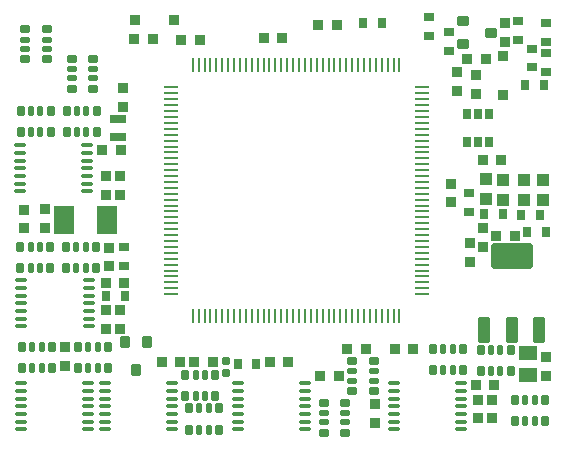
<source format=gtp>
G04*
G04 #@! TF.GenerationSoftware,Altium Limited,Altium Designer,20.2.7 (254)*
G04*
G04 Layer_Color=8421504*
%FSLAX25Y25*%
%MOIN*%
G70*
G04*
G04 #@! TF.SameCoordinates,19844321-3957-4ED6-82F6-54ECAC95F20B*
G04*
G04*
G04 #@! TF.FilePolarity,Positive*
G04*
G01*
G75*
G04:AMPARAMS|DCode=17|XSize=23.62mil|YSize=35.43mil|CornerRadius=2.36mil|HoleSize=0mil|Usage=FLASHONLY|Rotation=180.000|XOffset=0mil|YOffset=0mil|HoleType=Round|Shape=RoundedRectangle|*
%AMROUNDEDRECTD17*
21,1,0.02362,0.03071,0,0,180.0*
21,1,0.01890,0.03543,0,0,180.0*
1,1,0.00472,-0.00945,0.01535*
1,1,0.00472,0.00945,0.01535*
1,1,0.00472,0.00945,-0.01535*
1,1,0.00472,-0.00945,-0.01535*
%
%ADD17ROUNDEDRECTD17*%
G04:AMPARAMS|DCode=18|XSize=33.47mil|YSize=33.47mil|CornerRadius=3.35mil|HoleSize=0mil|Usage=FLASHONLY|Rotation=180.000|XOffset=0mil|YOffset=0mil|HoleType=Round|Shape=RoundedRectangle|*
%AMROUNDEDRECTD18*
21,1,0.03347,0.02677,0,0,180.0*
21,1,0.02677,0.03347,0,0,180.0*
1,1,0.00669,-0.01339,0.01339*
1,1,0.00669,0.01339,0.01339*
1,1,0.00669,0.01339,-0.01339*
1,1,0.00669,-0.01339,-0.01339*
%
%ADD18ROUNDEDRECTD18*%
G04:AMPARAMS|DCode=19|XSize=27.56mil|YSize=36.22mil|CornerRadius=2.76mil|HoleSize=0mil|Usage=FLASHONLY|Rotation=270.000|XOffset=0mil|YOffset=0mil|HoleType=Round|Shape=RoundedRectangle|*
%AMROUNDEDRECTD19*
21,1,0.02756,0.03071,0,0,270.0*
21,1,0.02205,0.03622,0,0,270.0*
1,1,0.00551,-0.01535,-0.01102*
1,1,0.00551,-0.01535,0.01102*
1,1,0.00551,0.01535,0.01102*
1,1,0.00551,0.01535,-0.01102*
%
%ADD19ROUNDEDRECTD19*%
%ADD20O,0.05118X0.00866*%
%ADD21O,0.00866X0.05118*%
G04:AMPARAMS|DCode=22|XSize=27.56mil|YSize=23.62mil|CornerRadius=2.36mil|HoleSize=0mil|Usage=FLASHONLY|Rotation=180.000|XOffset=0mil|YOffset=0mil|HoleType=Round|Shape=RoundedRectangle|*
%AMROUNDEDRECTD22*
21,1,0.02756,0.01890,0,0,180.0*
21,1,0.02284,0.02362,0,0,180.0*
1,1,0.00472,-0.01142,0.00945*
1,1,0.00472,0.01142,0.00945*
1,1,0.00472,0.01142,-0.00945*
1,1,0.00472,-0.01142,-0.00945*
%
%ADD22ROUNDEDRECTD22*%
G04:AMPARAMS|DCode=23|XSize=137.8mil|YSize=84.65mil|CornerRadius=8.47mil|HoleSize=0mil|Usage=FLASHONLY|Rotation=0.000|XOffset=0mil|YOffset=0mil|HoleType=Round|Shape=RoundedRectangle|*
%AMROUNDEDRECTD23*
21,1,0.13780,0.06772,0,0,0.0*
21,1,0.12087,0.08465,0,0,0.0*
1,1,0.01693,0.06043,-0.03386*
1,1,0.01693,-0.06043,-0.03386*
1,1,0.01693,-0.06043,0.03386*
1,1,0.01693,0.06043,0.03386*
%
%ADD23ROUNDEDRECTD23*%
G04:AMPARAMS|DCode=24|XSize=43.31mil|YSize=84.65mil|CornerRadius=4.33mil|HoleSize=0mil|Usage=FLASHONLY|Rotation=0.000|XOffset=0mil|YOffset=0mil|HoleType=Round|Shape=RoundedRectangle|*
%AMROUNDEDRECTD24*
21,1,0.04331,0.07598,0,0,0.0*
21,1,0.03465,0.08465,0,0,0.0*
1,1,0.00866,0.01732,-0.03799*
1,1,0.00866,-0.01732,-0.03799*
1,1,0.00866,-0.01732,0.03799*
1,1,0.00866,0.01732,0.03799*
%
%ADD24ROUNDEDRECTD24*%
G04:AMPARAMS|DCode=25|XSize=43.31mil|YSize=84.65mil|CornerRadius=4.33mil|HoleSize=0mil|Usage=FLASHONLY|Rotation=0.000|XOffset=0mil|YOffset=0mil|HoleType=Round|Shape=RoundedRectangle|*
%AMROUNDEDRECTD25*
21,1,0.04331,0.07599,0,0,0.0*
21,1,0.03465,0.08465,0,0,0.0*
1,1,0.00866,0.01732,-0.03799*
1,1,0.00866,-0.01732,-0.03799*
1,1,0.00866,-0.01732,0.03799*
1,1,0.00866,0.01732,0.03799*
%
%ADD25ROUNDEDRECTD25*%
%ADD26O,0.04331X0.01181*%
G04:AMPARAMS|DCode=27|XSize=33.47mil|YSize=33.47mil|CornerRadius=3.35mil|HoleSize=0mil|Usage=FLASHONLY|Rotation=270.000|XOffset=0mil|YOffset=0mil|HoleType=Round|Shape=RoundedRectangle|*
%AMROUNDEDRECTD27*
21,1,0.03347,0.02677,0,0,270.0*
21,1,0.02677,0.03347,0,0,270.0*
1,1,0.00669,-0.01339,-0.01339*
1,1,0.00669,-0.01339,0.01339*
1,1,0.00669,0.01339,0.01339*
1,1,0.00669,0.01339,-0.01339*
%
%ADD27ROUNDEDRECTD27*%
G04:AMPARAMS|DCode=28|XSize=39.37mil|YSize=43.31mil|CornerRadius=3.94mil|HoleSize=0mil|Usage=FLASHONLY|Rotation=270.000|XOffset=0mil|YOffset=0mil|HoleType=Round|Shape=RoundedRectangle|*
%AMROUNDEDRECTD28*
21,1,0.03937,0.03543,0,0,270.0*
21,1,0.03150,0.04331,0,0,270.0*
1,1,0.00787,-0.01772,-0.01575*
1,1,0.00787,-0.01772,0.01575*
1,1,0.00787,0.01772,0.01575*
1,1,0.00787,0.01772,-0.01575*
%
%ADD28ROUNDEDRECTD28*%
%ADD29R,0.05906X0.05118*%
G04:AMPARAMS|DCode=30|XSize=27.56mil|YSize=36.22mil|CornerRadius=2.76mil|HoleSize=0mil|Usage=FLASHONLY|Rotation=180.000|XOffset=0mil|YOffset=0mil|HoleType=Round|Shape=RoundedRectangle|*
%AMROUNDEDRECTD30*
21,1,0.02756,0.03071,0,0,180.0*
21,1,0.02205,0.03622,0,0,180.0*
1,1,0.00551,-0.01102,0.01535*
1,1,0.00551,0.01102,0.01535*
1,1,0.00551,0.01102,-0.01535*
1,1,0.00551,-0.01102,-0.01535*
%
%ADD30ROUNDEDRECTD30*%
G04:AMPARAMS|DCode=31|XSize=35.43mil|YSize=37.4mil|CornerRadius=3.54mil|HoleSize=0mil|Usage=FLASHONLY|Rotation=270.000|XOffset=0mil|YOffset=0mil|HoleType=Round|Shape=RoundedRectangle|*
%AMROUNDEDRECTD31*
21,1,0.03543,0.03032,0,0,270.0*
21,1,0.02835,0.03740,0,0,270.0*
1,1,0.00709,-0.01516,-0.01417*
1,1,0.00709,-0.01516,0.01417*
1,1,0.00709,0.01516,0.01417*
1,1,0.00709,0.01516,-0.01417*
%
%ADD31ROUNDEDRECTD31*%
G04:AMPARAMS|DCode=32|XSize=35.43mil|YSize=37.4mil|CornerRadius=3.54mil|HoleSize=0mil|Usage=FLASHONLY|Rotation=270.000|XOffset=0mil|YOffset=0mil|HoleType=Round|Shape=RoundedRectangle|*
%AMROUNDEDRECTD32*
21,1,0.03543,0.03032,0,0,270.0*
21,1,0.02835,0.03740,0,0,270.0*
1,1,0.00709,-0.01516,-0.01417*
1,1,0.00709,-0.01516,0.01417*
1,1,0.00709,0.01516,0.01417*
1,1,0.00709,0.01516,-0.01417*
%
%ADD32ROUNDEDRECTD32*%
%ADD33R,0.06693X0.09449*%
G04:AMPARAMS|DCode=34|XSize=25.59mil|YSize=31.5mil|CornerRadius=2.56mil|HoleSize=0mil|Usage=FLASHONLY|Rotation=0.000|XOffset=0mil|YOffset=0mil|HoleType=Round|Shape=RoundedRectangle|*
%AMROUNDEDRECTD34*
21,1,0.02559,0.02638,0,0,0.0*
21,1,0.02047,0.03150,0,0,0.0*
1,1,0.00512,0.01024,-0.01319*
1,1,0.00512,-0.01024,-0.01319*
1,1,0.00512,-0.01024,0.01319*
1,1,0.00512,0.01024,0.01319*
%
%ADD34ROUNDEDRECTD34*%
G04:AMPARAMS|DCode=35|XSize=17.72mil|YSize=31.5mil|CornerRadius=1.77mil|HoleSize=0mil|Usage=FLASHONLY|Rotation=0.000|XOffset=0mil|YOffset=0mil|HoleType=Round|Shape=RoundedRectangle|*
%AMROUNDEDRECTD35*
21,1,0.01772,0.02795,0,0,0.0*
21,1,0.01417,0.03150,0,0,0.0*
1,1,0.00354,0.00709,-0.01398*
1,1,0.00354,-0.00709,-0.01398*
1,1,0.00354,-0.00709,0.01398*
1,1,0.00354,0.00709,0.01398*
%
%ADD35ROUNDEDRECTD35*%
G04:AMPARAMS|DCode=36|XSize=35.83mil|YSize=33.47mil|CornerRadius=3.35mil|HoleSize=0mil|Usage=FLASHONLY|Rotation=270.000|XOffset=0mil|YOffset=0mil|HoleType=Round|Shape=RoundedRectangle|*
%AMROUNDEDRECTD36*
21,1,0.03583,0.02677,0,0,270.0*
21,1,0.02913,0.03347,0,0,270.0*
1,1,0.00669,-0.01339,-0.01457*
1,1,0.00669,-0.01339,0.01457*
1,1,0.00669,0.01339,0.01457*
1,1,0.00669,0.01339,-0.01457*
%
%ADD36ROUNDEDRECTD36*%
G04:AMPARAMS|DCode=37|XSize=35.43mil|YSize=37.4mil|CornerRadius=3.54mil|HoleSize=0mil|Usage=FLASHONLY|Rotation=180.000|XOffset=0mil|YOffset=0mil|HoleType=Round|Shape=RoundedRectangle|*
%AMROUNDEDRECTD37*
21,1,0.03543,0.03032,0,0,180.0*
21,1,0.02835,0.03740,0,0,180.0*
1,1,0.00709,-0.01417,0.01516*
1,1,0.00709,0.01417,0.01516*
1,1,0.00709,0.01417,-0.01516*
1,1,0.00709,-0.01417,-0.01516*
%
%ADD37ROUNDEDRECTD37*%
G04:AMPARAMS|DCode=38|XSize=35.43mil|YSize=37.4mil|CornerRadius=3.54mil|HoleSize=0mil|Usage=FLASHONLY|Rotation=180.000|XOffset=0mil|YOffset=0mil|HoleType=Round|Shape=RoundedRectangle|*
%AMROUNDEDRECTD38*
21,1,0.03543,0.03032,0,0,180.0*
21,1,0.02835,0.03740,0,0,180.0*
1,1,0.00709,-0.01417,0.01516*
1,1,0.00709,0.01417,0.01516*
1,1,0.00709,0.01417,-0.01516*
1,1,0.00709,-0.01417,-0.01516*
%
%ADD38ROUNDEDRECTD38*%
G04:AMPARAMS|DCode=39|XSize=25.59mil|YSize=31.5mil|CornerRadius=2.56mil|HoleSize=0mil|Usage=FLASHONLY|Rotation=270.000|XOffset=0mil|YOffset=0mil|HoleType=Round|Shape=RoundedRectangle|*
%AMROUNDEDRECTD39*
21,1,0.02559,0.02638,0,0,270.0*
21,1,0.02047,0.03150,0,0,270.0*
1,1,0.00512,-0.01319,-0.01024*
1,1,0.00512,-0.01319,0.01024*
1,1,0.00512,0.01319,0.01024*
1,1,0.00512,0.01319,-0.01024*
%
%ADD39ROUNDEDRECTD39*%
G04:AMPARAMS|DCode=40|XSize=17.72mil|YSize=31.5mil|CornerRadius=1.77mil|HoleSize=0mil|Usage=FLASHONLY|Rotation=270.000|XOffset=0mil|YOffset=0mil|HoleType=Round|Shape=RoundedRectangle|*
%AMROUNDEDRECTD40*
21,1,0.01772,0.02795,0,0,270.0*
21,1,0.01417,0.03150,0,0,270.0*
1,1,0.00354,-0.01398,-0.00709*
1,1,0.00354,-0.01398,0.00709*
1,1,0.00354,0.01398,0.00709*
1,1,0.00354,0.01398,-0.00709*
%
%ADD40ROUNDEDRECTD40*%
G04:AMPARAMS|DCode=41|XSize=27.56mil|YSize=55.12mil|CornerRadius=2.76mil|HoleSize=0mil|Usage=FLASHONLY|Rotation=270.000|XOffset=0mil|YOffset=0mil|HoleType=Round|Shape=RoundedRectangle|*
%AMROUNDEDRECTD41*
21,1,0.02756,0.04961,0,0,270.0*
21,1,0.02205,0.05512,0,0,270.0*
1,1,0.00551,-0.02480,-0.01102*
1,1,0.00551,-0.02480,0.01102*
1,1,0.00551,0.02480,0.01102*
1,1,0.00551,0.02480,-0.01102*
%
%ADD41ROUNDEDRECTD41*%
G04:AMPARAMS|DCode=42|XSize=35.83mil|YSize=33.47mil|CornerRadius=3.35mil|HoleSize=0mil|Usage=FLASHONLY|Rotation=180.000|XOffset=0mil|YOffset=0mil|HoleType=Round|Shape=RoundedRectangle|*
%AMROUNDEDRECTD42*
21,1,0.03583,0.02677,0,0,180.0*
21,1,0.02913,0.03347,0,0,180.0*
1,1,0.00669,-0.01457,0.01339*
1,1,0.00669,0.01457,0.01339*
1,1,0.00669,0.01457,-0.01339*
1,1,0.00669,-0.01457,-0.01339*
%
%ADD42ROUNDEDRECTD42*%
D17*
X160531Y100984D02*
D03*
X156791D02*
D03*
X153051D02*
D03*
Y110433D02*
D03*
X156791D02*
D03*
X160531D02*
D03*
D18*
X87244Y27756D02*
D03*
X93465D02*
D03*
X162165Y20079D02*
D03*
X155945D02*
D03*
X159409Y128740D02*
D03*
X153189D02*
D03*
X168957Y69882D02*
D03*
X162736D02*
D03*
X68386Y27854D02*
D03*
X62165D02*
D03*
X135197Y32185D02*
D03*
X128976D02*
D03*
X48287Y135433D02*
D03*
X42067D02*
D03*
X164527Y95177D02*
D03*
X158307D02*
D03*
X57441Y27756D02*
D03*
X51220D02*
D03*
X110394Y23031D02*
D03*
X104173D02*
D03*
X57717Y135039D02*
D03*
X63937D02*
D03*
X91496Y135827D02*
D03*
X85276D02*
D03*
X109705Y140256D02*
D03*
X103484D02*
D03*
X113031Y32087D02*
D03*
X119252D02*
D03*
X31437Y98523D02*
D03*
X37657D02*
D03*
X38839Y54232D02*
D03*
X32618D02*
D03*
D19*
X153543Y77756D02*
D03*
Y84055D02*
D03*
X147146Y137894D02*
D03*
Y131594D02*
D03*
X140525Y136614D02*
D03*
Y142913D02*
D03*
X170177Y135236D02*
D03*
Y141535D02*
D03*
X179232Y124409D02*
D03*
Y130709D02*
D03*
X179232Y134547D02*
D03*
Y140846D02*
D03*
X174606Y125984D02*
D03*
Y132283D02*
D03*
X38583Y66043D02*
D03*
Y59744D02*
D03*
D20*
X54232Y119291D02*
D03*
Y117323D02*
D03*
Y115354D02*
D03*
Y113386D02*
D03*
Y111417D02*
D03*
Y109449D02*
D03*
Y107480D02*
D03*
Y105512D02*
D03*
Y103543D02*
D03*
Y101575D02*
D03*
Y99606D02*
D03*
Y97638D02*
D03*
Y95669D02*
D03*
Y93701D02*
D03*
Y91732D02*
D03*
Y89764D02*
D03*
Y87795D02*
D03*
Y85827D02*
D03*
Y83858D02*
D03*
Y81890D02*
D03*
Y79921D02*
D03*
Y77953D02*
D03*
Y75984D02*
D03*
Y74016D02*
D03*
Y72047D02*
D03*
Y70079D02*
D03*
Y68110D02*
D03*
Y66142D02*
D03*
Y64173D02*
D03*
Y62205D02*
D03*
Y60236D02*
D03*
Y58268D02*
D03*
Y56299D02*
D03*
Y54331D02*
D03*
Y52362D02*
D03*
Y50394D02*
D03*
X137894D02*
D03*
Y52362D02*
D03*
Y54331D02*
D03*
Y56299D02*
D03*
Y58268D02*
D03*
Y60236D02*
D03*
Y62205D02*
D03*
Y64173D02*
D03*
Y66142D02*
D03*
Y68110D02*
D03*
Y70079D02*
D03*
Y72047D02*
D03*
Y74016D02*
D03*
Y75984D02*
D03*
Y77953D02*
D03*
Y79921D02*
D03*
Y81890D02*
D03*
Y83858D02*
D03*
Y85827D02*
D03*
Y87795D02*
D03*
Y89764D02*
D03*
Y91732D02*
D03*
Y93701D02*
D03*
Y95669D02*
D03*
Y97638D02*
D03*
Y99606D02*
D03*
Y101575D02*
D03*
Y103543D02*
D03*
Y105512D02*
D03*
Y107480D02*
D03*
Y109449D02*
D03*
Y111417D02*
D03*
Y113386D02*
D03*
Y115354D02*
D03*
Y117323D02*
D03*
Y119291D02*
D03*
D21*
X61614Y43012D02*
D03*
X63583D02*
D03*
X65551D02*
D03*
X67520D02*
D03*
X69488D02*
D03*
X71457D02*
D03*
X73425D02*
D03*
X75394D02*
D03*
X77362D02*
D03*
X79331D02*
D03*
X81299D02*
D03*
X83268D02*
D03*
X85236D02*
D03*
X87205D02*
D03*
X89173D02*
D03*
X91142D02*
D03*
X93110D02*
D03*
X95079D02*
D03*
X97047D02*
D03*
X99016D02*
D03*
X100984D02*
D03*
X102953D02*
D03*
X104921D02*
D03*
X106890D02*
D03*
X108858D02*
D03*
X110827D02*
D03*
X112795D02*
D03*
X114764D02*
D03*
X116732D02*
D03*
X118701D02*
D03*
X120669D02*
D03*
X122638D02*
D03*
X124606D02*
D03*
X126575D02*
D03*
X128543D02*
D03*
X130512D02*
D03*
Y126673D02*
D03*
X128543D02*
D03*
X126575D02*
D03*
X124606D02*
D03*
X122638D02*
D03*
X120669D02*
D03*
X118701D02*
D03*
X116732D02*
D03*
X114764D02*
D03*
X112795D02*
D03*
X110827D02*
D03*
X108858D02*
D03*
X106890D02*
D03*
X104921D02*
D03*
X102953D02*
D03*
X100984D02*
D03*
X99016D02*
D03*
X97047D02*
D03*
X95079D02*
D03*
X93110D02*
D03*
X91142D02*
D03*
X89173D02*
D03*
X87205D02*
D03*
X85236D02*
D03*
X83268D02*
D03*
X81299D02*
D03*
X79331D02*
D03*
X77362D02*
D03*
X75394D02*
D03*
X73425D02*
D03*
X71457D02*
D03*
X69488D02*
D03*
X67520D02*
D03*
X65551D02*
D03*
X63583D02*
D03*
X61614D02*
D03*
D22*
X72835Y24213D02*
D03*
Y28150D02*
D03*
D23*
X167913Y62992D02*
D03*
D24*
X176969Y38583D02*
D03*
X158858D02*
D03*
D25*
X167913D02*
D03*
D26*
X150984Y5315D02*
D03*
Y7874D02*
D03*
Y10433D02*
D03*
Y12992D02*
D03*
Y15551D02*
D03*
Y18110D02*
D03*
Y20669D02*
D03*
X128543Y5315D02*
D03*
Y7874D02*
D03*
Y10433D02*
D03*
Y12992D02*
D03*
Y15551D02*
D03*
Y18110D02*
D03*
Y20669D02*
D03*
X26969Y39665D02*
D03*
Y42224D02*
D03*
Y44783D02*
D03*
Y47343D02*
D03*
Y49902D02*
D03*
Y52461D02*
D03*
Y55020D02*
D03*
X4527Y39665D02*
D03*
Y42224D02*
D03*
Y44783D02*
D03*
Y47343D02*
D03*
Y49902D02*
D03*
Y52461D02*
D03*
Y55020D02*
D03*
X26476Y84646D02*
D03*
Y87205D02*
D03*
Y89764D02*
D03*
Y92323D02*
D03*
Y94882D02*
D03*
Y97441D02*
D03*
Y100000D02*
D03*
X4035Y84646D02*
D03*
Y87205D02*
D03*
Y89764D02*
D03*
Y92323D02*
D03*
Y94882D02*
D03*
Y97441D02*
D03*
Y100000D02*
D03*
X32284Y20669D02*
D03*
Y18110D02*
D03*
Y15551D02*
D03*
Y12992D02*
D03*
Y10433D02*
D03*
Y7874D02*
D03*
Y5315D02*
D03*
X54724Y20669D02*
D03*
Y18110D02*
D03*
Y15551D02*
D03*
Y12992D02*
D03*
Y10433D02*
D03*
Y7874D02*
D03*
Y5315D02*
D03*
X76673Y20669D02*
D03*
Y18110D02*
D03*
Y15551D02*
D03*
Y12992D02*
D03*
Y10433D02*
D03*
Y7874D02*
D03*
Y5315D02*
D03*
X99114Y20669D02*
D03*
Y18110D02*
D03*
Y15551D02*
D03*
Y12992D02*
D03*
Y10433D02*
D03*
Y7874D02*
D03*
Y5315D02*
D03*
X26673D02*
D03*
Y7874D02*
D03*
Y10433D02*
D03*
Y12992D02*
D03*
Y15551D02*
D03*
Y18110D02*
D03*
Y20669D02*
D03*
X4232Y5315D02*
D03*
Y7874D02*
D03*
Y10433D02*
D03*
Y12992D02*
D03*
Y15551D02*
D03*
Y18110D02*
D03*
Y20669D02*
D03*
D27*
X165650Y134488D02*
D03*
Y140709D02*
D03*
X179429Y29488D02*
D03*
Y23268D02*
D03*
X149606Y124468D02*
D03*
Y118248D02*
D03*
X37303Y89823D02*
D03*
Y83602D02*
D03*
X156201Y123386D02*
D03*
Y117165D02*
D03*
X122343Y13740D02*
D03*
Y7520D02*
D03*
X156791Y15217D02*
D03*
Y8996D02*
D03*
X161221Y8996D02*
D03*
Y15216D02*
D03*
X12500Y72480D02*
D03*
Y78701D02*
D03*
X32776Y89823D02*
D03*
Y83602D02*
D03*
X37402Y45138D02*
D03*
Y38917D02*
D03*
X158366Y66181D02*
D03*
Y72402D02*
D03*
X32579Y45039D02*
D03*
Y38819D02*
D03*
X18996Y32638D02*
D03*
Y26417D02*
D03*
X5413Y78602D02*
D03*
Y72382D02*
D03*
X147638Y87264D02*
D03*
Y81043D02*
D03*
X154035Y61162D02*
D03*
Y67382D02*
D03*
X33760Y65905D02*
D03*
Y59685D02*
D03*
X38484Y112736D02*
D03*
Y118957D02*
D03*
D28*
X178445Y81693D02*
D03*
Y88386D02*
D03*
X164961Y88484D02*
D03*
Y81791D02*
D03*
X172146Y81693D02*
D03*
Y88386D02*
D03*
X159232Y88681D02*
D03*
Y81988D02*
D03*
D29*
X173228Y30807D02*
D03*
Y23327D02*
D03*
D30*
X82874Y27264D02*
D03*
X76575D02*
D03*
X165157Y76968D02*
D03*
X158858D02*
D03*
X118259Y140657D02*
D03*
X124559D02*
D03*
X171063Y76772D02*
D03*
X177362D02*
D03*
X173032Y71260D02*
D03*
X179331D02*
D03*
X38878Y49705D02*
D03*
X32579D02*
D03*
X178642Y120177D02*
D03*
X172343D02*
D03*
D31*
X151850Y141339D02*
D03*
X161102Y137599D02*
D03*
D32*
X151850Y133858D02*
D03*
D33*
X33169Y75099D02*
D03*
X18602D02*
D03*
D34*
X168996Y8169D02*
D03*
Y15256D02*
D03*
X179035D02*
D03*
Y8169D02*
D03*
X167618Y24705D02*
D03*
Y31791D02*
D03*
X157579D02*
D03*
Y24705D02*
D03*
X19390Y59153D02*
D03*
Y66240D02*
D03*
X29429D02*
D03*
Y59153D02*
D03*
X14173Y59154D02*
D03*
Y66240D02*
D03*
X4134D02*
D03*
Y59154D02*
D03*
X23327Y25787D02*
D03*
Y32874D02*
D03*
X33366D02*
D03*
Y25787D02*
D03*
X14665D02*
D03*
Y32874D02*
D03*
X4626D02*
D03*
Y25787D02*
D03*
X19587Y104331D02*
D03*
Y111417D02*
D03*
X29626D02*
D03*
Y104331D02*
D03*
X151772Y25000D02*
D03*
Y32087D02*
D03*
X141732D02*
D03*
Y25000D02*
D03*
X4232Y104331D02*
D03*
Y111417D02*
D03*
X14272D02*
D03*
Y104331D02*
D03*
X59153Y23524D02*
D03*
Y16437D02*
D03*
X69193D02*
D03*
Y23524D02*
D03*
X70374Y5217D02*
D03*
Y12303D02*
D03*
X60335D02*
D03*
Y5217D02*
D03*
D35*
X172441Y8169D02*
D03*
X175591D02*
D03*
Y15256D02*
D03*
X172441D02*
D03*
X161024Y31791D02*
D03*
X164173D02*
D03*
Y24705D02*
D03*
X161024D02*
D03*
X22835Y59153D02*
D03*
X25984D02*
D03*
Y66240D02*
D03*
X22835D02*
D03*
X7579Y66240D02*
D03*
X10728D02*
D03*
Y59154D02*
D03*
X7579D02*
D03*
X26772Y25787D02*
D03*
X29921D02*
D03*
Y32874D02*
D03*
X26772D02*
D03*
X8071D02*
D03*
X11221D02*
D03*
Y25787D02*
D03*
X8071D02*
D03*
X23032Y104331D02*
D03*
X26181D02*
D03*
Y111417D02*
D03*
X23032D02*
D03*
X145177Y32087D02*
D03*
X148327D02*
D03*
Y25000D02*
D03*
X145177D02*
D03*
X7677Y104331D02*
D03*
X10827D02*
D03*
Y111417D02*
D03*
X7677D02*
D03*
X65748Y16437D02*
D03*
X62598D02*
D03*
Y23524D02*
D03*
X65748D02*
D03*
X63780Y12303D02*
D03*
X66929D02*
D03*
Y5217D02*
D03*
X63780D02*
D03*
D36*
X165157Y129921D02*
D03*
Y116929D02*
D03*
D37*
X42618Y25079D02*
D03*
X46358Y34331D02*
D03*
D38*
X38878D02*
D03*
D39*
X105217Y4232D02*
D03*
X112303D02*
D03*
Y14272D02*
D03*
X105217D02*
D03*
X114862Y18110D02*
D03*
X121949D02*
D03*
Y28150D02*
D03*
X114862D02*
D03*
X28504Y118877D02*
D03*
X21417D02*
D03*
Y128917D02*
D03*
X28504D02*
D03*
X12894Y128642D02*
D03*
X5807D02*
D03*
Y138681D02*
D03*
X12894D02*
D03*
D40*
X112303Y10827D02*
D03*
Y7677D02*
D03*
X105217D02*
D03*
Y10827D02*
D03*
X121949Y24705D02*
D03*
Y21555D02*
D03*
X114862D02*
D03*
Y24705D02*
D03*
X28504Y122322D02*
D03*
Y125472D02*
D03*
X21417D02*
D03*
Y122322D02*
D03*
X12894Y132087D02*
D03*
Y135236D02*
D03*
X5807D02*
D03*
Y132087D02*
D03*
D41*
X36614Y102756D02*
D03*
Y108661D02*
D03*
D42*
X42323Y141831D02*
D03*
X55315D02*
D03*
M02*

</source>
